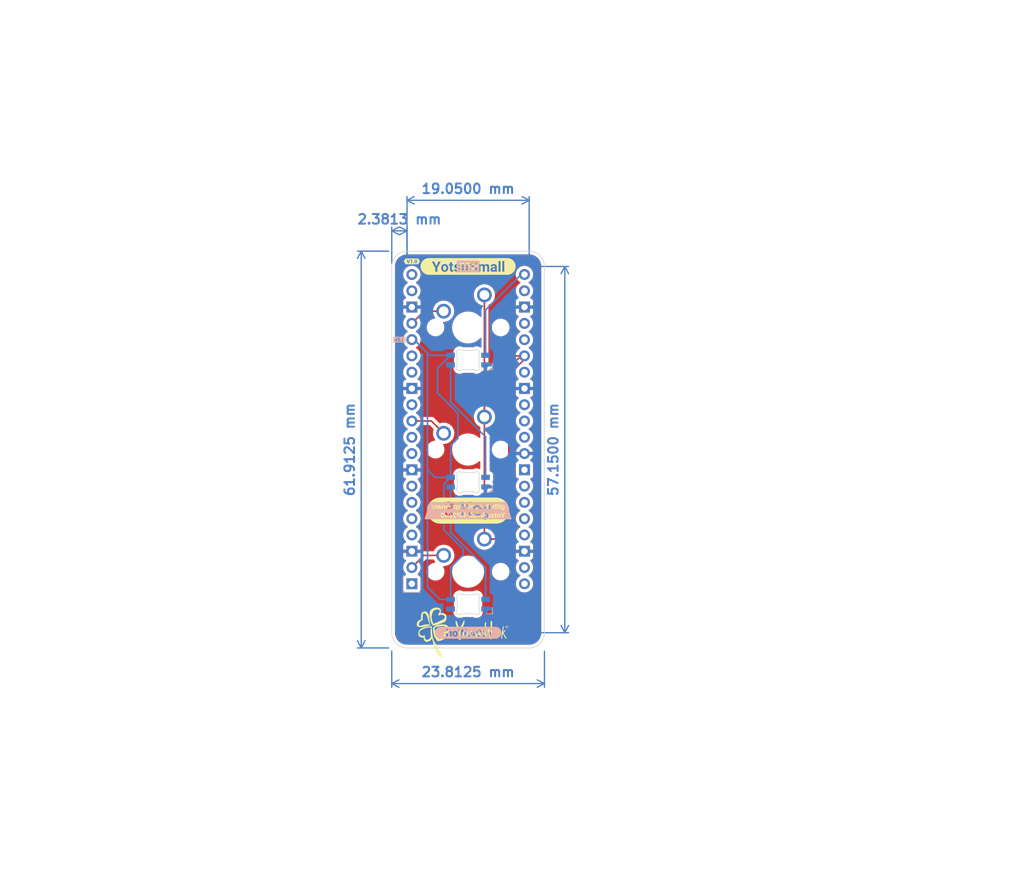
<source format=kicad_pcb>
(kicad_pcb (version 20211014) (generator pcbnew)
  (layers (0 "F.Cu" signal) (31 "B.Cu" signal) (34 "B.Paste" user) (35 "F.Paste" user) (36 "B.SilkS" user "B.Silkscreen") (37 "F.SilkS" user "F.Silkscreen") (38 "B.Mask" user) (39 "F.Mask" user) (44 "Edge.Cuts" user))
  (net 0 "")
  (net 25 "+3.3V")
  (net 26 "Net-(LED1-Pad2)")
  (net 27 "KEY")
  (net 28 "GND")
  (net 29 "Net-(LED2-Pad2)")
  (net 30 "C1")
  (net 31 "R1")
  (net 32 "R2")
  (net 33 "R3")
  (footprint "marbastlib-mx:SW_MX_1u" (layer "F.Cu") (at 45.2438 128.5875)
    (fp_text reference "SW3" hide)
    (fp_text value "MX_SW_solder" hide)
    (pad "" np_thru_hole circle (at 0 0) (size 3.9878 3.9878) (drill 3.9878) (layers *.Cu *.Mask))
    (pad "" np_thru_hole circle (at 5.08 0) (size 1.75 1.75) (drill 1.75) (layers *.Cu *.Mask))
    (pad "" np_thru_hole circle (at -5.08 0) (size 1.75 1.75) (drill 1.75) (layers *.Cu *.Mask))
    (pad "1" thru_hole circle (at -3.81 -2.54) (size 2.3 2.3) (drill 1.524) (layers *.Cu *.Mask) (net 33 "R3"))
    (pad "2" thru_hole circle (at 2.54 -5.08) (size 2.3 2.3) (drill 1.524) (layers *.Cu *.Mask) (net 30 "C1"))
  )
  (footprint "marbastlib-mx:SW_MX_1u" (layer "F.Cu") (at 45.2438 90.4875)
    (fp_text reference "SW1" hide)
    (fp_text value "MX_SW_solder" hide)
    (pad "" np_thru_hole circle (at -5.08 0) (size 1.75 1.75) (drill 1.75) (layers *.Cu *.Mask))
    (pad "" np_thru_hole circle (at 0 0) (size 3.9878 3.9878) (drill 3.9878) (layers *.Cu *.Mask))
    (pad "" np_thru_hole circle (at 5.08 0) (size 1.75 1.75) (drill 1.75) (layers *.Cu *.Mask))
    (pad "1" thru_hole circle (at -3.81 -2.54) (size 2.3 2.3) (drill 1.524) (layers *.Cu *.Mask) (net 31 "R1"))
    (pad "2" thru_hole circle (at 2.54 -5.08) (size 2.3 2.3) (drill 1.524) (layers *.Cu *.Mask) (net 30 "C1"))
  )
  (footprint "kibuzzard-64114494" (layer "F.Cu") (at 45.24375 119.0625)
    (fp_text reference "kibuzzard-64114494" hide)
    (fp_text value "G***" hide)
  )
  (footprint "LOGO" (layer "F.Cu") (at 45.597483 138.098679)
    (fp_text reference "G***" hide)
    (fp_text value "LOGO" hide)
  )
  (footprint "marbastlib-mx:SW_MX_1u" (layer "F.Cu") (at 45.2438 109.5375)
    (fp_text reference "SW2" hide)
    (fp_text value "MX_SW_solder" hide)
    (pad "" np_thru_hole circle (at -5.08 0) (size 1.75 1.75) (drill 1.75) (layers *.Cu *.Mask))
    (pad "" np_thru_hole circle (at 0 0) (size 3.9878 3.9878) (drill 3.9878) (layers *.Cu *.Mask))
    (pad "" np_thru_hole circle (at 5.08 0) (size 1.75 1.75) (drill 1.75) (layers *.Cu *.Mask))
    (pad "1" thru_hole circle (at -3.81 -2.54) (size 2.3 2.3) (drill 1.524) (layers *.Cu *.Mask) (net 32 "R2"))
    (pad "2" thru_hole circle (at 2.54 -5.08) (size 2.3 2.3) (drill 1.524) (layers *.Cu *.Mask) (net 30 "C1"))
  )
  (footprint "kibuzzard-64114471" (layer "F.Cu") (at 45.24375 80.9625)
    (fp_text reference "kibuzzard-64114471" hide)
    (fp_text value "G***" hide)
  )
  (footprint "kibuzzard-640FE15A" (layer "F.Cu") (at 36.46975 80.16875)
    (fp_text reference "kibuzzard-640FE15A" hide)
    (fp_text value "G***" hide)
  )
  (footprint "marbastlib-mx:LED_MX_6028R" (layer "B.Cu") (at 45.2438 133.6675 180)
    (fp_text reference "LED3" hide)
    (fp_text value "MX_SK6812MINI-E" hide)
    (fp_line (start -1.699999 0.702843) (end -1.699999 -0.702841) (layer "Edge.Cuts") (width 0.1))
    (fp_line (start -0.794452 -1.499999) (end 0.794452 -1.499999) (layer "Edge.Cuts") (width 0.1))
    (fp_line (start 0.794452 1.5) (end -0.794453 1.5) (layer "Edge.Cuts") (width 0.1))
    (fp_line (start 1.699999 -0.702841) (end 1.699999 0.702843) (layer "Edge.Cuts") (width 0.1))
    (fp_arc (start 1.04671 -1.568298) (mid 0.925122 -1.517376) (end 0.794452 -1.499999) (layer "Edge.Cuts") (width 0.1))
    (fp_arc (start 1.749484 0.919721) (mid 1.71254 0.814067) (end 1.699999 0.702843) (layer "Edge.Cuts") (width 0.1))
    (fp_arc (start 1.749484 0.919721) (mid 1.638072 1.504036) (end 1.046711 1.5683) (layer "Edge.Cuts") (width 0.1))
    (fp_arc (start 1.699999 -0.702842) (mid 1.712536 -0.814065) (end 1.749484 -0.919719) (layer "Edge.Cuts") (width 0.1))
    (fp_arc (start -1.046711 1.568299) (mid -1.638071 1.504035) (end -1.749484 0.919721) (layer "Edge.Cuts") (width 0.1))
    (fp_arc (start -1.749484 -0.919719) (mid -1.712527 -0.814067) (end -1.699999 -0.702841) (layer "Edge.Cuts") (width 0.1))
    (fp_arc (start 1.046711 -1.568296) (mid 1.638069 -1.504034) (end 1.749484 -0.919719) (layer "Edge.Cuts") (width 0.1))
    (fp_arc (start -1.046711 1.568299) (mid -0.925123 1.517377) (end -0.794453 1.5) (layer "Edge.Cuts") (width 0.1))
    (fp_arc (start -0.794452 -1.499999) (mid -0.925123 -1.517376) (end -1.046711 -1.568298) (layer "Edge.Cuts") (width 0.1))
    (fp_arc (start -1.749484 -0.919718) (mid -1.638072 -1.504034) (end -1.046711 -1.568298) (layer "Edge.Cuts") (width 0.1))
    (fp_arc (start 0.794453 1.500001) (mid 0.925123 1.517378) (end 1.046711 1.5683) (layer "Edge.Cuts") (width 0.1))
    (fp_arc (start -1.699999 0.702844) (mid -1.712527 0.814069) (end -1.749484 0.919721) (layer "Edge.Cuts") (width 0.1))
    (pad "1" smd roundrect (at 2.725 0.75 90) (size 0.82 1.35) (layers "B.Cu" "B.Paste" "B.Mask") (roundrect_rratio 0.1) (net 25 "+3.3V"))
    (pad "2" smd roundrect (at 2.725 -0.75 90) (size 0.82 1.35) (layers "B.Cu" "B.Paste" "B.Mask") (roundrect_rratio 0.1))
    (pad "3" smd roundrect (at -2.725 0.75 90) (size 0.82 1.35) (layers "B.Cu" "B.Paste" "B.Mask") (roundrect_rratio 0.1) (net 29 "Net-(LED2-Pad2)"))
    (pad "4" smd roundrect (at -2.725 -0.75 90) (size 0.82 1.35) (layers "B.Cu" "B.Paste" "B.Mask") (roundrect_rratio 0.1) (chamfer_ratio 0.5) (chamfer bottom_left) (net 28 "GND"))
  )
  (footprint "kibuzzard-640FDD0C" (layer "B.Cu") (at 45.24375 138.1125 180)
    (fp_text reference "kibuzzard-640FDD0C" hide)
    (fp_text value "G***" hide)
  )
  (footprint "WeAct-RP2040-Pico:WeAct-RP2040-Pico" (layer "B.Cu") (at 45.2438 106.3625 180)
    (fp_text reference "U1" hide)
    (fp_text value "WeAct-RP2040-Pico")
    (pad "1" thru_hole circle (at -8.79 24.142 180) (size 1.7 1.7) (drill 1) (layers *.Cu *.Mask) (net 27 "KEY"))
    (pad "2" thru_hole oval (at -8.79 21.602 180) (size 1.7 1.7) (drill 1) (layers *.Cu *.Mask))
    (pad "3" thru_hole rect (at -8.79 19.062 180) (size 1.7 1.7) (drill 1) (layers *.Cu *.Mask) (net 28 "GND"))
    (pad "4" thru_hole oval (at -8.79 16.51 180) (size 1.7 1.7) (drill 1) (layers *.Cu *.Mask))
    (pad "5" thru_hole oval (at -8.79 13.97 180) (size 1.7 1.7) (drill 1) (layers *.Mask "F.Cu" "In1.Cu" "B.Cu"))
    (pad "6" thru_hole oval (at -8.79 11.442 180) (size 1.7 1.7) (drill 1) (layers *.Cu *.Mask) (net 30 "C1"))
    (pad "7" thru_hole oval (at -8.79 8.902 180) (size 1.7 1.7) (drill 1) (layers *.Cu *.Mask))
    (pad "8" thru_hole rect (at -8.79 6.362 180) (size 1.7 1.7) (drill 1) (layers *.Cu *.Mask) (net 28 "GND"))
    (pad "9" thru_hole oval (at -8.79 3.822 180) (size 1.7 1.7) (drill 1) (layers *.Cu *.Mask))
    (pad "10" thru_hole oval (at -8.79 1.282 180) (size 1.7 1.7) (drill 1) (layers *.Cu *.Mask))
    (pad "11" thru_hole oval (at -8.79 -1.258 180) (size 1.7 1.7) (drill 1) (layers *.Cu *.Mask))
    (pad "12" thru_hole oval (at -8.79 -3.798 180) (size 1.7 1.7) (drill 1) (layers *.Cu *.Mask) (net 28 "GND"))
    (pad "13" thru_hole rect (at -8.79 -6.338 180) (size 1.7 1.7) (drill 1) (layers *.Cu *.Mask))
    (pad "14" thru_hole oval (at -8.79 -8.878 180) (size 1.7 1.7) (drill 1) (layers *.Cu *.Mask))
    (pad "15" thru_hole oval (at -8.79 -11.418 180) (size 1.7 1.7) (drill 1) (layers *.Cu *.Mask))
    (pad "16" thru_hole oval (at -8.79 -13.958 180) (size 1.7 1.7) (drill 1) (layers *.Cu *.Mask))
    (pad "17" thru_hole oval (at -8.79 -16.498 180) (size 1.7 1.7) (drill 1) (layers *.Cu *.Mask))
    (pad "18" thru_hole rect (at -8.79 -19.038 180) (size 1.7 1.7) (drill 1) (layers *.Cu *.Mask) (net 28 "GND"))
    (pad "19" thru_hole oval (at -8.79 -21.578 180) (size 1.7 1.7) (drill 1) (layers *.Cu *.Mask))
    (pad "20" thru_hole oval (at -8.79 -24.118 180) (size 1.7 1.7) (drill 1) (layers *.Cu *.Mask))
    (pad "21" thru_hole rect (at 8.774 -24.118 180) (size 1.7 1.7) (drill 1) (layers *.Cu *.Mask))
    (pad "22" thru_hole oval (at 8.774 -21.578 180) (size 1.7 1.7) (drill 1) (layers *.Cu *.Mask) (net 33 "R3"))
    (pad "23" thru_hole rect (at 8.774 -19.038 180) (size 1.7 1.7) (drill 1) (layers *.Cu *.Mask) (net 28 "GND"))
    (pad "24" thru_hole oval (at 8.774 -16.498 180) (size 1.7 1.7) (drill 1) (layers *.Cu *.Mask))
    (pad "25" thru_hole oval (at 8.774 -13.958 180) (size 1.7 1.7) (drill 1) (layers *.Cu *.Mask))
    (pad "26" thru_hole oval (at 8.774 -11.418 180) (size 1.7 1.7) (drill 1) (layers *.Cu *.Mask))
    (pad "27" thru_hole oval (at 8.774 -8.878 180) (size 1.7 1.7) (drill 1) (layers *.Cu *.Mask))
    (pad "28" thru_hole rect (at 8.774 -6.338 180) (size 1.7 1.7) (drill 1) (layers *.Cu *.Mask) (net 28 "GND"))
    (pad "29" thru_hole oval (at 8.774 -3.798 180) (size 1.7 1.7) (drill 1) (layers *.Cu *.Mask))
    (pad "30" thru_hole oval (at 8.774 -1.258 180) (size 1.7 1.7) (drill 1) (layers *.Cu *.Mask))
    (pad "31" thru_hole oval (at 8.774 1.282 180) (size 1.7 1.7) (drill 1) (layers *.Cu *.Mask) (net 32 "R2"))
    (pad "32" thru_hole oval (at 8.774 3.822 180) (size 1.7 1.7) (drill 1) (layers *.Cu *.Mask))
    (pad "33" thru_hole rect (at 8.774 6.362 180) (size 1.7 1.7) (drill 1) (layers *.Cu *.Mask) (net 28 "GND"))
    (pad "34" thru_hole oval (at 8.774 8.902 180) (size 1.7 1.7) (drill 1) (layers *.Cu *.Mask))
    (pad "35" thru_hole oval (at 8.774 11.442 180) (size 1.7 1.7) (drill 1) (layers *.Cu *.Mask))
    (pad "36" thru_hole oval (at 8.774 16.522 180) (size 1.7 1.7) (drill 1) (layers *.Mask "F.Cu" "In1.Cu" "B.Cu") (net 31 "R1"))
    (pad "37" thru_hole oval (at 8.774 13.982 180) (size 1.7 1.7) (drill 1) (layers *.Mask "F.Cu" "In1.Cu" "B.Cu") (net 25 "+3.3V"))
    (pad "38" thru_hole rect (at 8.774 19.062 180) (size 1.7 1.7) (drill 1) (layers *.Cu *.Mask) (net 28 "GND"))
    (pad "39" thru_hole oval (at 8.774 21.602 180) (size 1.7 1.7) (drill 1) (layers *.Cu *.Mask))
    (pad "40" thru_hole circle (at 8.774 24.142 180) (size 1.7 1.7) (drill 1) (layers *.Cu *.Mask))
  )
  (footprint "marbastlib-mx:LED_MX_6028R" (layer "B.Cu") (at 45.2438 95.5675 180)
    (fp_text reference "LED1" hide)
    (fp_text value "MX_SK6812MINI-E" hide)
    (fp_line (start -1.699999 0.702843) (end -1.699999 -0.702841) (layer "Edge.Cuts") (width 0.1))
    (fp_line (start 1.699999 -0.702841) (end 1.699999 0.702843) (layer "Edge.Cuts") (width 0.1))
    (fp_line (start -0.794452 -1.499999) (end 0.794452 -1.499999) (layer "Edge.Cuts") (width 0.1))
    (fp_line (start 0.794452 1.5) (end -0.794453 1.5) (layer "Edge.Cuts") (width 0.1))
    (fp_arc (start -1.046711 1.568299) (mid -1.638071 1.504035) (end -1.749484 0.919721) (layer "Edge.Cuts") (width 0.1))
    (fp_arc (start 1.749484 0.919721) (mid 1.638072 1.504036) (end 1.046711 1.5683) (layer "Edge.Cuts") (width 0.1))
    (fp_arc (start -1.749484 -0.919719) (mid -1.712527 -0.814067) (end -1.699999 -0.702841) (layer "Edge.Cuts") (width 0.1))
    (fp_arc (start 1.04671 -1.568298) (mid 0.925122 -1.517376) (end 0.794452 -1.499999) (layer "Edge.Cuts") (width 0.1))
    (fp_arc (start -1.046711 1.568299) (mid -0.925123 1.517377) (end -0.794453 1.5) (layer "Edge.Cuts") (width 0.1))
    (fp_arc (start -1.699999 0.702844) (mid -1.712527 0.814069) (end -1.749484 0.919721) (layer "Edge.Cuts") (width 0.1))
    (fp_arc (start -1.749484 -0.919718) (mid -1.638072 -1.504034) (end -1.046711 -1.568298) (layer "Edge.Cuts") (width 0.1))
    (fp_arc (start 1.749484 0.919721) (mid 1.71254 0.814067) (end 1.699999 0.702843) (layer "Edge.Cuts") (width 0.1))
    (fp_arc (start 1.046711 -1.568296) (mid 1.638069 -1.504034) (end 1.749484 -0.919719) (layer "Edge.Cuts") (width 0.1))
    (fp_arc (start 1.699999 -0.702842) (mid 1.712536 -0.814065) (end 1.749484 -0.919719) (layer "Edge.Cuts") (width 0.1))
    (fp_arc (start -0.794452 -1.499999) (mid -0.925123 -1.517376) (end -1.046711 -1.568298) (layer "Edge.Cuts") (width 0.1))
    (fp_arc (start 0.794453 1.500001) (mid 0.925123 1.517378) (end 1.046711 1.5683) (layer "Edge.Cuts") (width 0.1))
    (pad "1" smd roundrect (at 2.725 0.75 90) (size 0.82 1.35) (layers "B.Cu" "B.Paste" "B.Mask") (roundrect_rratio 0.1) (net 25 "+3.3V"))
    (pad "2" smd roundrect (at 2.725 -0.75 90) (size 0.82 1.35) (layers "B.Cu" "B.Paste" "B.Mask") (roundrect_rratio 0.1) (net 26 "Net-(LED1-Pad2)"))
    (pad "3" smd roundrect (at -2.725 0.75 90) (size 0.82 1.35) (layers "B.Cu" "B.Paste" "B.Mask") (roundrect_rratio 0.1) (net 27 "KEY"))
    (pad "4" smd roundrect (at -2.725 -0.75 90) (size 0.82 1.35) (layers "B.Cu" "B.Paste" "B.Mask") (roundrect_rratio 0.1) (chamfer_ratio 0.5) (chamfer bottom_left) (net 28 "GND"))
  )
  (footprint "kibuzzard-641144B7" (layer "B.Cu") (at 45.24375 119.0625 180)
    (fp_text reference "kibuzzard-641144B7" hide)
    (fp_text value "G***" hide)
  )
  (footprint "marbastlib-mx:LED_MX_6028R" (layer "B.Cu") (at 45.2438 114.6175 180)
    (fp_text reference "LED2" hide)
    (fp_text value "MX_SK6812MINI-E" hide)
    (fp_line (start 0.794452 1.5) (end -0.794453 1.5) (layer "Edge.Cuts") (width 0.1))
    (fp_line (start -0.794452 -1.499999) (end 0.794452 -1.499999) (layer "Edge.Cuts") (width 0.1))
    (fp_line (start 1.699999 -0.702841) (end 1.699999 0.702843) (layer "Edge.Cuts") (width 0.1))
    (fp_line (start -1.699999 0.702843) (end -1.699999 -0.702841) (layer "Edge.Cuts") (width 0.1))
    (fp_arc (start -0.794452 -1.499999) (mid -0.925123 -1.517376) (end -1.046711 -1.568298) (layer "Edge.Cuts") (width 0.1))
    (fp_arc (start 1.046711 -1.568296) (mid 1.638069 -1.504034) (end 1.749484 -0.919719) (layer "Edge.Cuts") (width 0.1))
    (fp_arc (start -1.046711 1.568299) (mid -0.925123 1.517377) (end -0.794453 1.5) (layer "Edge.Cuts") (width 0.1))
    (fp_arc (start 1.749484 0.919721) (mid 1.638072 1.504036) (end 1.046711 1.5683) (layer "Edge.Cuts") (width 0.1))
    (fp_arc (start 1.04671 -1.568298) (mid 0.925122 -1.517376) (end 0.794452 -1.499999) (layer "Edge.Cuts") (width 0.1))
    (fp_arc (start 0.794453 1.500001) (mid 0.925123 1.517378) (end 1.046711 1.5683) (layer "Edge.Cuts") (width 0.1))
    (fp_arc (start 1.699999 -0.702842) (mid 1.712536 -0.814065) (end 1.749484 -0.919719) (layer "Edge.Cuts") (width 0.1))
    (fp_arc (start -1.699999 0.702844) (mid -1.712527 0.814069) (end -1.749484 0.919721) (layer "Edge.Cuts") (width 0.1))
    (fp_arc (start 1.749484 0.919721) (mid 1.71254 0.814067) (end 1.699999 0.702843) (layer "Edge.Cuts") (width 0.1))
    (fp_arc (start -1.749484 -0.919718) (mid -1.638072 -1.504034) (end -1.046711 -1.568298) (layer "Edge.Cuts") (width 0.1))
    (fp_arc (start -1.749484 -0.919719) (mid -1.712527 -0.814067) (end -1.699999 -0.702841) (layer "Edge.Cuts") (width 0.1))
    (fp_arc (start -1.046711 1.568299) (mid -1.638071 1.504035) (end -1.749484 0.919721) (layer "Edge.Cuts") (width 0.1))
    (pad "1" smd roundrect (at 2.725 0.75 90) (size 0.82 1.35) (layers "B.Cu" "B.Paste" "B.Mask") (roundrect_rratio 0.1) (net 25 "+3.3V"))
    (pad "2" smd roundrect (at 2.725 -0.75 90) (size 0.82 1.35) (layers "B.Cu" "B.Paste" "B.Mask") (roundrect_rratio 0.1) (net 29 "Net-(LED2-Pad2)"))
    (pad "3" smd roundrect (at -2.725 0.75 90) (size 0.82 1.35) (layers "B.Cu" "B.Paste" "B.Mask") (roundrect_rratio 0.1) (net 26 "Net-(LED1-Pad2)"))
    (pad "4" smd roundrect (at -2.725 -0.75 90) (size 0.82 1.35) (layers "B.Cu" "B.Paste" "B.Mask") (roundrect_rratio 0.1) (chamfer_ratio 0.5) (chamfer bottom_left) (net 28 "GND"))
  )
  (footprint "kibuzzard-640FDD6A" (layer "B.Cu") (at 34.55 92.3805 180)
    (fp_text reference "kibuzzard-640FDD6A" hide)
    (fp_text value "G***" hide)
  )
  (footprint "kibuzzard-640FDDAE" (layer "B.Cu") (at 45.24375 80.9625 180)
    (fp_text reference "kibuzzard-640FDDAE" hide)
    (fp_text value "G***" hide)
  )
  (gr_line (start 35.71875 78.58125) (end 54.76875 78.58125) (layer "Edge.Cuts") (width 0.1))
  (gr_line (start 57.15 138.1125) (end 57.15 80.9625) (layer "Edge.Cuts") (width 0.1))
  (gr_arc (start 35.71875 140.49375) (mid 34.034952 139.796298) (end 33.3375 138.1125) (layer "Edge.Cuts") (width 0.1))
  (gr_arc (start 57.15 138.1125) (mid 56.452548 139.796298) (end 54.76875 140.49375) (layer "Edge.Cuts") (width 0.1))
  (gr_line (start 35.71875 140.49375) (end 54.76875 140.49375) (layer "Edge.Cuts") (width 0.1))
  (gr_arc (start 54.76875 78.58125) (mid 56.452548 79.278702) (end 57.15 80.9625) (layer "Edge.Cuts") (width 0.1))
  (gr_line (start 33.3375 80.9625) (end 33.3375 138.1125) (layer "Edge.Cuts") (width 0.1))
  (gr_arc (start 33.3375 80.9625) (mid 34.034952 79.278702) (end 35.71875 78.58125) (layer "Edge.Cuts") (width 0.1))
  (dimension (type aligned) (layer "B.Cu") (pts (xy 33.3375 140.49375) (xy 57.15 140.49375)) (height 5.55625) (gr_text "23,8125 mm" (at 45.24375 144.25) (layer "B.Cu") (effects (font (size 1.5 1.5) (thickness 0.3)))) (format (units 3) (units_format 1) (precision 4)) (style (thickness 0.2) (arrow_length 1.27) (text_position_mode 0) (extension_height 0.58642) (extension_offset 0.5) keep_text_aligned))
  (dimension (type aligned) (layer "B.Cu") (pts (xy 33.3375 140.49375) (xy 33.3375 78.58125)) (height -4.7625) (gr_text "61,9125 mm" (at 26.775 109.5375 90) (layer "B.Cu") (effects (font (size 1.5 1.5) (thickness 0.3)))) (format (units 3) (units_format 1) (precision 4)) (style (thickness 0.2) (arrow_length 1.27) (text_position_mode 0) (extension_height 0.58642) (extension_offset 0.5) keep_text_aligned))
  (dimension (type aligned) (layer "B.Cu") (pts (xy 35.7188 80.9625) (xy 54.7688 80.9625)) (height -10.31875) (gr_text "19,0500 mm" (at 45.2438 68.84375) (layer "B.Cu") (effects (font (size 1.5 1.5) (thickness 0.3)))) (format (units 3) (units_format 1) (precision 4)) (style (thickness 0.2) (arrow_length 1.27) (text_position_mode 0) (extension_height 0.58642) (extension_offset 0.5) keep_text_aligned))
  (dimension (type aligned) (layer "B.Cu") (pts (xy 35.71875 80.9625) (xy 33.3375 80.9625)) (height 5.55625) (gr_text "2,3813 mm" (at 34.528125 73.60625) (layer "B.Cu") (effects (font (size 1.5 1.5) (thickness 0.3)))) (format (units 3) (units_format 1) (precision 4)) (style (thickness 0.2) (arrow_length 1.27) (text_position_mode 0) (extension_height 0.58642) (extension_offset 0.5) keep_text_aligned))
  (dimension (type aligned) (layer "B.Cu") (pts (xy 54.7687 80.9625) (xy 54.7687 138.1125)) (height -5.5563) (gr_text "57,1500 mm" (at 58.525 109.5375 90) (layer "B.Cu") (effects (font (size 1.5 1.5) (thickness 0.3)))) (format (units 3) (units_format 1) (precision 4)) (style (thickness 0.2) (arrow_length 1.27) (text_position_mode 0) (extension_height 0.58642) (extension_offset 0.5) keep_text_aligned))
  (segment (start 36.818 92.3805) (end 38.913799 94.476299) (width 0.25) (layer "B.Cu") (net 25))
  (segment (start 40.48125 96.85505) (end 42.5188 94.8175) (width 0.25) (layer "B.Cu") (net 25))
  (segment (start 42.5188 108.912367) (end 43.65625 107.774917) (width 0.25) (layer "B.Cu") (net 25))
  (segment (start 40.04875 113.8675) (end 42.5188 113.8675) (width 0.25) (layer "B.Cu") (net 25))
  (segment (start 44.45 125.9987) (end 42.5188 127.9299) (width 0.25) (layer "B.Cu") (net 25))
  (segment (start 39.255 94.8175) (end 36.818 92.3805) (width 0.25) (layer "B.Cu") (net 25))
  (segment (start 42.5188 113.8675) (end 41.4738 114.9125) (width 0.25) (layer "B.Cu") (net 25))
  (segment (start 38.913799 94.476299) (end 38.913799 112.692451) (width 0.25) (layer "B.Cu") (net 25))
  (segment (start 41.4738 114.9125) (end 41.4738 122.071196) (width 0.25) (layer "B.Cu") (net 25))
  (segment (start 42.5188 94.8175) (end 39.255 94.8175) (width 0.25) (layer "B.Cu") (net 25))
  (segment (start 44.45 125.047396) (end 44.45 125.9987) (width 0.25) (layer "B.Cu") (net 25))
  (segment (start 40.8425 132.9175) (end 42.5188 132.9175) (width 0.25) (layer "B.Cu") (net 25))
  (segment (start 38.913799 112.732549) (end 40.04875 113.8675) (width 0.25) (layer "B.Cu") (net 25))
  (segment (start 42.5188 113.8675) (end 42.5188 108.912367) (width 0.25) (layer "B.Cu") (net 25))
  (segment (start 38.913799 130.988799) (end 40.8425 132.9175) (width 0.25) (layer "B.Cu") (net 25))
  (segment (start 40.48125 100.706746) (end 40.48125 96.85505) (width 0.25) (layer "B.Cu") (net 25))
  (segment (start 36.818 92.3805) (end 36.4698 92.3805) (width 0.25) (layer "B.Cu") (net 25))
  (segment (start 38.913799 112.692451) (end 38.913799 112.732549) (width 0.25) (layer "B.Cu") (net 25))
  (segment (start 38.913799 112.692451) (end 38.913799 130.988799) (width 0.25) (layer "B.Cu") (net 25))
  (segment (start 41.4738 122.071196) (end 44.45 125.047396) (width 0.25) (layer "B.Cu") (net 25))
  (segment (start 42.5188 127.9299) (end 42.5188 132.9175) (width 0.25) (layer "B.Cu") (net 25))
  (segment (start 43.65625 103.881746) (end 40.48125 100.706746) (width 0.25) (layer "B.Cu") (net 25))
  (segment (start 43.65625 107.774917) (end 43.65625 103.881746) (width 0.25) (layer "B.Cu") (net 25))
  (segment (start 47.9688 107.5579) (end 42.5188 102.1079) (width 0.25) (layer "B.Cu") (net 26))
  (segment (start 42.5188 102.1079) (end 42.5188 96.3175) (width 0.25) (layer "B.Cu") (net 26))
  (segment (start 47.9688 113.8675) (end 47.9688 107.5579) (width 0.25) (layer "B.Cu") (net 26))
  (segment (start 47.9688 87.76245) (end 53.51075 82.2205) (width 0.25) (layer "B.Cu") (net 27))
  (segment (start 47.9688 94.8175) (end 47.9688 87.76245) (width 0.25) (layer "B.Cu") (net 27))
  (segment (start 53.51075 82.2205) (end 54.0338 82.2205) (width 0.25) (layer "B.Cu") (net 27))
  (segment (start 47.9688 132.9175) (end 47.9688 127.9298) (width 0.25) (layer "B.Cu") (net 29))
  (segment (start 42.5188 122.4798) (end 42.5188 115.3675) (width 0.25) (layer "B.Cu") (net 29))
  (segment (start 47.9688 127.9298) (end 42.5188 122.4798) (width 0.25) (layer "B.Cu") (net 29))
  (segment (start 53.51075 94.9205) (end 47.7838 100.64745) (width 0.25) (layer "F.Cu") (net 30))
  (segment (start 54.0338 94.9205) (end 53.51075 94.9205) (width 0.25) (layer "F.Cu") (net 30))
  (segment (start 47.7838 85.4075) (end 47.7838 95.0912) (width 0.25) (layer "F.Cu") (net 30))
  (segment (start 51.1295 94.9205) (end 47.7838 98.2662) (width 0.25) (layer "F.Cu") (net 30))
  (segment (start 51.59375 97.892775) (end 51.59375 122.2375) (width 0.25) (layer "F.Cu") (net 30))
  (segment (start 50.32375 123.5075) (end 47.7838 123.5075) (width 0.25) (layer "F.Cu") (net 30))
  (segment (start 54.0338 94.9205) (end 51.1295 94.9205) (width 0.25) (layer "F.Cu") (net 30))
  (segment (start 47.7838 95.0912) (end 47.7838 104.4575) (width 0.25) (layer "F.Cu") (net 30))
  (segment (start 47.7838 104.4575) (end 47.7838 123.5075) (width 0.25) (layer "F.Cu") (net 30))
  (segment (start 51.59375 122.2375) (end 50.32375 123.5075) (width 0.25) (layer "F.Cu") (net 30))
  (segment (start 47.7838 100.64745) (end 47.7838 104.4575) (width 0.25) (layer "F.Cu") (net 30))
  (segment (start 54.0338 95.452725) (end 51.59375 97.892775) (width 0.25) (layer "F.Cu") (net 30))
  (segment (start 54.0338 94.9205) (end 54.0338 95.452725) (width 0.25) (layer "F.Cu") (net 30))
  (segment (start 38.3628 87.9475) (end 36.4698 89.8405) (width 0.25) (layer "F.Cu") (net 31))
  (segment (start 41.4338 87.9475) (end 38.3628 87.9475) (width 0.25) (layer "F.Cu") (net 31))
  (segment (start 39.5168 105.0805) (end 36.4698 105.0805) (width 0.25) (layer "F.Cu") (net 32))
  (segment (start 41.4338 106.9975) (end 39.5168 105.0805) (width 0.25) (layer "F.Cu") (net 32))
  (segment (start 41.4338 126.0475) (end 38.3628 126.0475) (width 0.25) (layer "F.Cu") (net 33))
  (segment (start 38.3628 126.0475) (end 36.4698 127.9405) (width 0.25) (layer "F.Cu") (net 33))
  (zone (net 28) (net_name "GND") (layers F&B.Cu) (connect_pads (clearance 0.508)) (min_thickness 0.254) (fill yes (thermal_gap 0.508) (thermal_bridge_width 0.508))
    (polygon (pts (xy 131.937177 123.953628) (xy 88.217509 175.585586) (xy -27.755515 157.64019) (xy -5.9202 42.920276) (xy 85.081233 39.388132)))
  )
)
</source>
